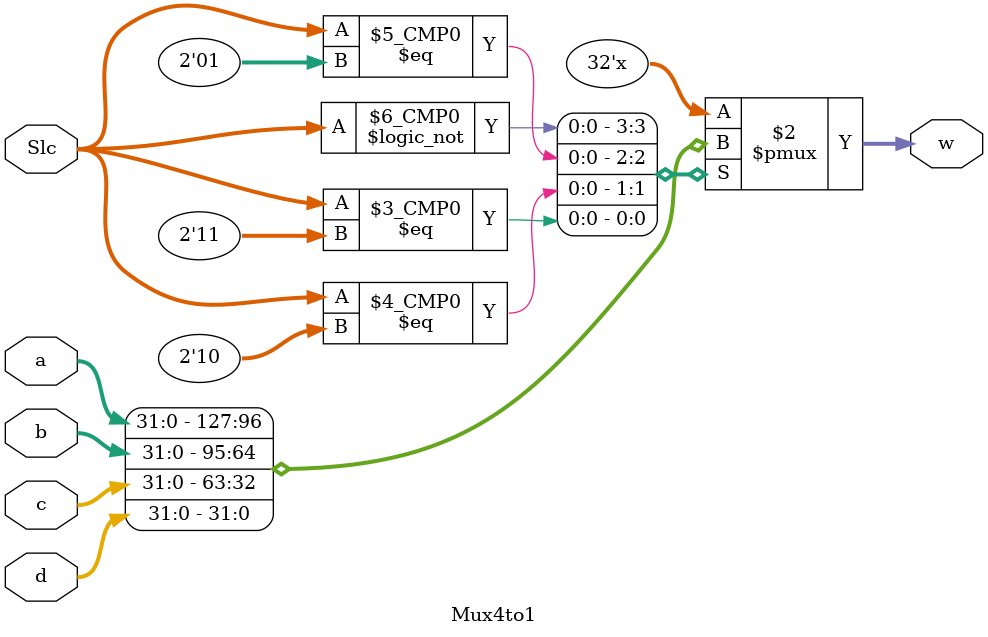
<source format=v>
module Mux4to1(input[1:0] Slc, 
			   input[31:0] a, b, c, d, 
			   output reg[31:0] w
			   );

    always @(Slc, a, b, c, d) begin
		w = 32'b0;
        case (Slc)
            2'b00  : w = a;
            2'b01  : w = b;
            2'b10  : w = c;
            2'b11  : w = d;
            default: w = 32'bz;
        endcase
    end

endmodule

</source>
